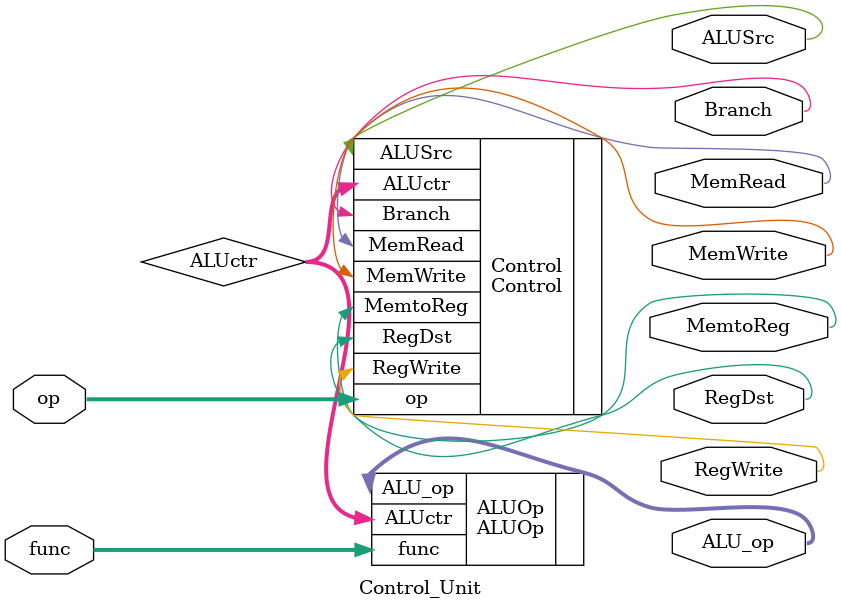
<source format=v>
`timescale 1ns / 1ps
module Control_Unit(
		input [5:0] op,
		input [5:0] func,
		
		output  RegDst,
		output  RegWrite,
		output  ALUSrc,
		output  MemWrite,
		output  MemRead,
		output  MemtoReg,
		output  [2:0] ALU_op,
		output  Branch
    );
	 
	 wire [1:0] ALUctr;

	 Control Control(
		 .op(op),
		 .RegDst(RegDst),
		 .RegWrite(RegWrite),
		 .ALUSrc(ALUSrc),
		 .MemWrite(MemWrite),
		 .MemRead(MemRead),
		 .MemtoReg(MemtoReg),
		 .ALUctr(ALUctr),
		 .Branch(Branch)

	 );


	 ALUOp ALUOp(
		 .func(func),
		 .ALUctr(ALUctr),
		 .ALU_op(ALU_op)
	 );


endmodule

</source>
